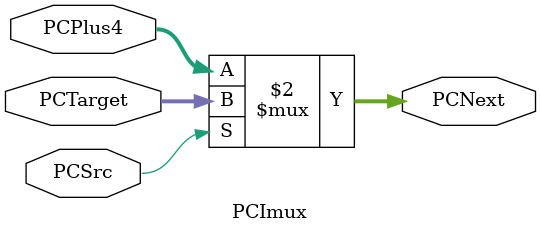
<source format=sv>
module PCImux#(
    parameter DATA_WIDTH = 32
)(
    input logic PCSrc,
    input logic [DATA_WIDTH-1:0] PCPlus4, // 0
    input logic [DATA_WIDTH-1:0] PCTarget, // 1
    output logic [DATA_WIDTH-1:0] PCNext
);

always_comb begin
    PCNext = (PCSrc) ? PCTarget : PCPlus4;
end

endmodule

</source>
